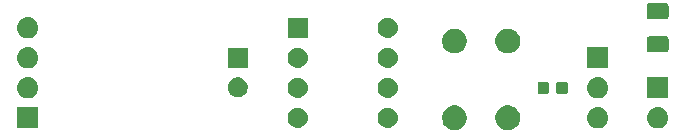
<source format=gbr>
G04 #@! TF.GenerationSoftware,KiCad,Pcbnew,(5.1.0)-1*
G04 #@! TF.CreationDate,2019-03-30T00:31:39+01:00*
G04 #@! TF.ProjectId,UV_Meter,55565f4d-6574-4657-922e-6b696361645f,rev?*
G04 #@! TF.SameCoordinates,Original*
G04 #@! TF.FileFunction,Soldermask,Top*
G04 #@! TF.FilePolarity,Negative*
%FSLAX46Y46*%
G04 Gerber Fmt 4.6, Leading zero omitted, Abs format (unit mm)*
G04 Created by KiCad (PCBNEW (5.1.0)-1) date 2019-03-30 00:31:39*
%MOMM*%
%LPD*%
G04 APERTURE LIST*
%ADD10C,0.100000*%
G04 APERTURE END LIST*
D10*
G36*
X61846564Y-32009389D02*
G01*
X62037833Y-32088615D01*
X62037835Y-32088616D01*
X62102819Y-32132037D01*
X62209973Y-32203635D01*
X62356365Y-32350027D01*
X62471385Y-32522167D01*
X62550611Y-32713436D01*
X62591000Y-32916484D01*
X62591000Y-33123516D01*
X62550611Y-33326564D01*
X62534083Y-33366466D01*
X62471384Y-33517835D01*
X62356365Y-33689973D01*
X62209973Y-33836365D01*
X62037835Y-33951384D01*
X62037834Y-33951385D01*
X62037833Y-33951385D01*
X61846564Y-34030611D01*
X61643516Y-34071000D01*
X61436484Y-34071000D01*
X61233436Y-34030611D01*
X61042167Y-33951385D01*
X61042166Y-33951385D01*
X61042165Y-33951384D01*
X60870027Y-33836365D01*
X60723635Y-33689973D01*
X60608616Y-33517835D01*
X60545917Y-33366466D01*
X60529389Y-33326564D01*
X60489000Y-33123516D01*
X60489000Y-32916484D01*
X60529389Y-32713436D01*
X60608615Y-32522167D01*
X60723635Y-32350027D01*
X60870027Y-32203635D01*
X60977181Y-32132037D01*
X61042165Y-32088616D01*
X61042167Y-32088615D01*
X61233436Y-32009389D01*
X61436484Y-31969000D01*
X61643516Y-31969000D01*
X61846564Y-32009389D01*
X61846564Y-32009389D01*
G37*
G36*
X66346564Y-32009389D02*
G01*
X66537833Y-32088615D01*
X66537835Y-32088616D01*
X66602819Y-32132037D01*
X66709973Y-32203635D01*
X66856365Y-32350027D01*
X66971385Y-32522167D01*
X67050611Y-32713436D01*
X67091000Y-32916484D01*
X67091000Y-33123516D01*
X67050611Y-33326564D01*
X67034083Y-33366466D01*
X66971384Y-33517835D01*
X66856365Y-33689973D01*
X66709973Y-33836365D01*
X66537835Y-33951384D01*
X66537834Y-33951385D01*
X66537833Y-33951385D01*
X66346564Y-34030611D01*
X66143516Y-34071000D01*
X65936484Y-34071000D01*
X65733436Y-34030611D01*
X65542167Y-33951385D01*
X65542166Y-33951385D01*
X65542165Y-33951384D01*
X65370027Y-33836365D01*
X65223635Y-33689973D01*
X65108616Y-33517835D01*
X65045917Y-33366466D01*
X65029389Y-33326564D01*
X64989000Y-33123516D01*
X64989000Y-32916484D01*
X65029389Y-32713436D01*
X65108615Y-32522167D01*
X65223635Y-32350027D01*
X65370027Y-32203635D01*
X65477181Y-32132037D01*
X65542165Y-32088616D01*
X65542167Y-32088615D01*
X65733436Y-32009389D01*
X65936484Y-31969000D01*
X66143516Y-31969000D01*
X66346564Y-32009389D01*
X66346564Y-32009389D01*
G37*
G36*
X26301000Y-33921000D02*
G01*
X24499000Y-33921000D01*
X24499000Y-32119000D01*
X26301000Y-32119000D01*
X26301000Y-33921000D01*
X26301000Y-33921000D01*
G37*
G36*
X73770443Y-32125519D02*
G01*
X73836627Y-32132037D01*
X74006466Y-32183557D01*
X74162991Y-32267222D01*
X74198729Y-32296552D01*
X74300186Y-32379814D01*
X74383448Y-32481271D01*
X74412778Y-32517009D01*
X74496443Y-32673534D01*
X74547963Y-32843373D01*
X74565359Y-33020000D01*
X74547963Y-33196627D01*
X74496443Y-33366466D01*
X74412778Y-33522991D01*
X74383448Y-33558729D01*
X74300186Y-33660186D01*
X74198729Y-33743448D01*
X74162991Y-33772778D01*
X74006466Y-33856443D01*
X73836627Y-33907963D01*
X73770443Y-33914481D01*
X73704260Y-33921000D01*
X73615740Y-33921000D01*
X73549557Y-33914481D01*
X73483373Y-33907963D01*
X73313534Y-33856443D01*
X73157009Y-33772778D01*
X73121271Y-33743448D01*
X73019814Y-33660186D01*
X72936552Y-33558729D01*
X72907222Y-33522991D01*
X72823557Y-33366466D01*
X72772037Y-33196627D01*
X72754641Y-33020000D01*
X72772037Y-32843373D01*
X72823557Y-32673534D01*
X72907222Y-32517009D01*
X72936552Y-32481271D01*
X73019814Y-32379814D01*
X73121271Y-32296552D01*
X73157009Y-32267222D01*
X73313534Y-32183557D01*
X73483373Y-32132037D01*
X73549557Y-32125519D01*
X73615740Y-32119000D01*
X73704260Y-32119000D01*
X73770443Y-32125519D01*
X73770443Y-32125519D01*
G37*
G36*
X78850443Y-32125519D02*
G01*
X78916627Y-32132037D01*
X79086466Y-32183557D01*
X79242991Y-32267222D01*
X79278729Y-32296552D01*
X79380186Y-32379814D01*
X79463448Y-32481271D01*
X79492778Y-32517009D01*
X79576443Y-32673534D01*
X79627963Y-32843373D01*
X79645359Y-33020000D01*
X79627963Y-33196627D01*
X79576443Y-33366466D01*
X79492778Y-33522991D01*
X79463448Y-33558729D01*
X79380186Y-33660186D01*
X79278729Y-33743448D01*
X79242991Y-33772778D01*
X79086466Y-33856443D01*
X78916627Y-33907963D01*
X78850443Y-33914481D01*
X78784260Y-33921000D01*
X78695740Y-33921000D01*
X78629557Y-33914481D01*
X78563373Y-33907963D01*
X78393534Y-33856443D01*
X78237009Y-33772778D01*
X78201271Y-33743448D01*
X78099814Y-33660186D01*
X78016552Y-33558729D01*
X77987222Y-33522991D01*
X77903557Y-33366466D01*
X77852037Y-33196627D01*
X77834641Y-33020000D01*
X77852037Y-32843373D01*
X77903557Y-32673534D01*
X77987222Y-32517009D01*
X78016552Y-32481271D01*
X78099814Y-32379814D01*
X78201271Y-32296552D01*
X78237009Y-32267222D01*
X78393534Y-32183557D01*
X78563373Y-32132037D01*
X78629557Y-32125519D01*
X78695740Y-32119000D01*
X78784260Y-32119000D01*
X78850443Y-32125519D01*
X78850443Y-32125519D01*
G37*
G36*
X56046823Y-32181313D02*
G01*
X56207242Y-32229976D01*
X56276922Y-32267221D01*
X56355078Y-32308996D01*
X56484659Y-32415341D01*
X56591004Y-32544922D01*
X56591005Y-32544924D01*
X56670024Y-32692758D01*
X56718687Y-32853177D01*
X56735117Y-33020000D01*
X56718687Y-33186823D01*
X56670024Y-33347242D01*
X56659747Y-33366468D01*
X56591004Y-33495078D01*
X56484659Y-33624659D01*
X56355078Y-33731004D01*
X56355076Y-33731005D01*
X56207242Y-33810024D01*
X56046823Y-33858687D01*
X55921804Y-33871000D01*
X55838196Y-33871000D01*
X55713177Y-33858687D01*
X55552758Y-33810024D01*
X55404924Y-33731005D01*
X55404922Y-33731004D01*
X55275341Y-33624659D01*
X55168996Y-33495078D01*
X55100253Y-33366468D01*
X55089976Y-33347242D01*
X55041313Y-33186823D01*
X55024883Y-33020000D01*
X55041313Y-32853177D01*
X55089976Y-32692758D01*
X55168995Y-32544924D01*
X55168996Y-32544922D01*
X55275341Y-32415341D01*
X55404922Y-32308996D01*
X55483078Y-32267221D01*
X55552758Y-32229976D01*
X55713177Y-32181313D01*
X55838196Y-32169000D01*
X55921804Y-32169000D01*
X56046823Y-32181313D01*
X56046823Y-32181313D01*
G37*
G36*
X48426823Y-32181313D02*
G01*
X48587242Y-32229976D01*
X48656922Y-32267221D01*
X48735078Y-32308996D01*
X48864659Y-32415341D01*
X48971004Y-32544922D01*
X48971005Y-32544924D01*
X49050024Y-32692758D01*
X49098687Y-32853177D01*
X49115117Y-33020000D01*
X49098687Y-33186823D01*
X49050024Y-33347242D01*
X49039747Y-33366468D01*
X48971004Y-33495078D01*
X48864659Y-33624659D01*
X48735078Y-33731004D01*
X48735076Y-33731005D01*
X48587242Y-33810024D01*
X48426823Y-33858687D01*
X48301804Y-33871000D01*
X48218196Y-33871000D01*
X48093177Y-33858687D01*
X47932758Y-33810024D01*
X47784924Y-33731005D01*
X47784922Y-33731004D01*
X47655341Y-33624659D01*
X47548996Y-33495078D01*
X47480253Y-33366468D01*
X47469976Y-33347242D01*
X47421313Y-33186823D01*
X47404883Y-33020000D01*
X47421313Y-32853177D01*
X47469976Y-32692758D01*
X47548995Y-32544924D01*
X47548996Y-32544922D01*
X47655341Y-32415341D01*
X47784922Y-32308996D01*
X47863078Y-32267221D01*
X47932758Y-32229976D01*
X48093177Y-32181313D01*
X48218196Y-32169000D01*
X48301804Y-32169000D01*
X48426823Y-32181313D01*
X48426823Y-32181313D01*
G37*
G36*
X25510443Y-29585519D02*
G01*
X25576627Y-29592037D01*
X25746466Y-29643557D01*
X25902991Y-29727222D01*
X25938729Y-29756552D01*
X26040186Y-29839814D01*
X26087543Y-29897520D01*
X26152778Y-29977009D01*
X26236443Y-30133534D01*
X26287963Y-30303373D01*
X26305359Y-30480000D01*
X26287963Y-30656627D01*
X26236443Y-30826466D01*
X26236442Y-30826468D01*
X26227552Y-30843100D01*
X26152778Y-30982991D01*
X26137746Y-31001307D01*
X26040186Y-31120186D01*
X25938729Y-31203448D01*
X25902991Y-31232778D01*
X25746466Y-31316443D01*
X25576627Y-31367963D01*
X25510443Y-31374481D01*
X25444260Y-31381000D01*
X25355740Y-31381000D01*
X25289557Y-31374481D01*
X25223373Y-31367963D01*
X25053534Y-31316443D01*
X24897009Y-31232778D01*
X24861271Y-31203448D01*
X24759814Y-31120186D01*
X24662254Y-31001307D01*
X24647222Y-30982991D01*
X24572448Y-30843100D01*
X24563558Y-30826468D01*
X24563557Y-30826466D01*
X24512037Y-30656627D01*
X24494641Y-30480000D01*
X24512037Y-30303373D01*
X24563557Y-30133534D01*
X24647222Y-29977009D01*
X24712457Y-29897520D01*
X24759814Y-29839814D01*
X24861271Y-29756552D01*
X24897009Y-29727222D01*
X25053534Y-29643557D01*
X25223373Y-29592037D01*
X25289557Y-29585519D01*
X25355740Y-29579000D01*
X25444260Y-29579000D01*
X25510443Y-29585519D01*
X25510443Y-29585519D01*
G37*
G36*
X73770443Y-29585519D02*
G01*
X73836627Y-29592037D01*
X74006466Y-29643557D01*
X74162991Y-29727222D01*
X74198729Y-29756552D01*
X74300186Y-29839814D01*
X74347543Y-29897520D01*
X74412778Y-29977009D01*
X74496443Y-30133534D01*
X74547963Y-30303373D01*
X74565359Y-30480000D01*
X74547963Y-30656627D01*
X74496443Y-30826466D01*
X74496442Y-30826468D01*
X74487552Y-30843100D01*
X74412778Y-30982991D01*
X74397746Y-31001307D01*
X74300186Y-31120186D01*
X74198729Y-31203448D01*
X74162991Y-31232778D01*
X74006466Y-31316443D01*
X73836627Y-31367963D01*
X73770443Y-31374481D01*
X73704260Y-31381000D01*
X73615740Y-31381000D01*
X73549557Y-31374481D01*
X73483373Y-31367963D01*
X73313534Y-31316443D01*
X73157009Y-31232778D01*
X73121271Y-31203448D01*
X73019814Y-31120186D01*
X72922254Y-31001307D01*
X72907222Y-30982991D01*
X72832448Y-30843100D01*
X72823558Y-30826468D01*
X72823557Y-30826466D01*
X72772037Y-30656627D01*
X72754641Y-30480000D01*
X72772037Y-30303373D01*
X72823557Y-30133534D01*
X72907222Y-29977009D01*
X72972457Y-29897520D01*
X73019814Y-29839814D01*
X73121271Y-29756552D01*
X73157009Y-29727222D01*
X73313534Y-29643557D01*
X73483373Y-29592037D01*
X73549557Y-29585519D01*
X73615740Y-29579000D01*
X73704260Y-29579000D01*
X73770443Y-29585519D01*
X73770443Y-29585519D01*
G37*
G36*
X79641000Y-31381000D02*
G01*
X77839000Y-31381000D01*
X77839000Y-29579000D01*
X79641000Y-29579000D01*
X79641000Y-31381000D01*
X79641000Y-31381000D01*
G37*
G36*
X56046823Y-29641313D02*
G01*
X56177380Y-29680917D01*
X56193651Y-29685853D01*
X56207242Y-29689976D01*
X56276922Y-29727221D01*
X56355078Y-29768996D01*
X56484659Y-29875341D01*
X56591004Y-30004922D01*
X56591005Y-30004924D01*
X56670024Y-30152758D01*
X56718687Y-30313177D01*
X56735117Y-30480000D01*
X56718687Y-30646823D01*
X56670024Y-30807242D01*
X56623881Y-30893569D01*
X56591004Y-30955078D01*
X56484659Y-31084659D01*
X56355078Y-31191004D01*
X56355076Y-31191005D01*
X56207242Y-31270024D01*
X56046823Y-31318687D01*
X55921804Y-31331000D01*
X55838196Y-31331000D01*
X55713177Y-31318687D01*
X55552758Y-31270024D01*
X55404924Y-31191005D01*
X55404922Y-31191004D01*
X55275341Y-31084659D01*
X55168996Y-30955078D01*
X55136119Y-30893569D01*
X55089976Y-30807242D01*
X55041313Y-30646823D01*
X55024883Y-30480000D01*
X55041313Y-30313177D01*
X55089976Y-30152758D01*
X55168995Y-30004924D01*
X55168996Y-30004922D01*
X55275341Y-29875341D01*
X55404922Y-29768996D01*
X55483078Y-29727221D01*
X55552758Y-29689976D01*
X55566350Y-29685853D01*
X55582620Y-29680917D01*
X55713177Y-29641313D01*
X55838196Y-29629000D01*
X55921804Y-29629000D01*
X56046823Y-29641313D01*
X56046823Y-29641313D01*
G37*
G36*
X48426823Y-29641313D02*
G01*
X48557380Y-29680917D01*
X48573651Y-29685853D01*
X48587242Y-29689976D01*
X48656922Y-29727221D01*
X48735078Y-29768996D01*
X48864659Y-29875341D01*
X48971004Y-30004922D01*
X48971005Y-30004924D01*
X49050024Y-30152758D01*
X49098687Y-30313177D01*
X49115117Y-30480000D01*
X49098687Y-30646823D01*
X49050024Y-30807242D01*
X49003881Y-30893569D01*
X48971004Y-30955078D01*
X48864659Y-31084659D01*
X48735078Y-31191004D01*
X48735076Y-31191005D01*
X48587242Y-31270024D01*
X48426823Y-31318687D01*
X48301804Y-31331000D01*
X48218196Y-31331000D01*
X48093177Y-31318687D01*
X47932758Y-31270024D01*
X47784924Y-31191005D01*
X47784922Y-31191004D01*
X47655341Y-31084659D01*
X47548996Y-30955078D01*
X47516119Y-30893569D01*
X47469976Y-30807242D01*
X47421313Y-30646823D01*
X47404883Y-30480000D01*
X47421313Y-30313177D01*
X47469976Y-30152758D01*
X47548995Y-30004924D01*
X47548996Y-30004922D01*
X47655341Y-29875341D01*
X47784922Y-29768996D01*
X47863078Y-29727221D01*
X47932758Y-29689976D01*
X47946350Y-29685853D01*
X47962620Y-29680917D01*
X48093177Y-29641313D01*
X48218196Y-29629000D01*
X48301804Y-29629000D01*
X48426823Y-29641313D01*
X48426823Y-29641313D01*
G37*
G36*
X43428228Y-29621703D02*
G01*
X43583100Y-29685853D01*
X43722481Y-29778985D01*
X43841015Y-29897519D01*
X43934147Y-30036900D01*
X43998297Y-30191772D01*
X44031000Y-30356184D01*
X44031000Y-30523816D01*
X43998297Y-30688228D01*
X43934147Y-30843100D01*
X43841015Y-30982481D01*
X43722481Y-31101015D01*
X43583100Y-31194147D01*
X43428228Y-31258297D01*
X43263816Y-31291000D01*
X43096184Y-31291000D01*
X42931772Y-31258297D01*
X42776900Y-31194147D01*
X42637519Y-31101015D01*
X42518985Y-30982481D01*
X42425853Y-30843100D01*
X42361703Y-30688228D01*
X42329000Y-30523816D01*
X42329000Y-30356184D01*
X42361703Y-30191772D01*
X42425853Y-30036900D01*
X42518985Y-29897519D01*
X42637519Y-29778985D01*
X42776900Y-29685853D01*
X42931772Y-29621703D01*
X43096184Y-29589000D01*
X43263816Y-29589000D01*
X43428228Y-29621703D01*
X43428228Y-29621703D01*
G37*
G36*
X69404591Y-29958085D02*
G01*
X69438569Y-29968393D01*
X69469890Y-29985134D01*
X69497339Y-30007661D01*
X69519866Y-30035110D01*
X69536607Y-30066431D01*
X69546915Y-30100409D01*
X69551000Y-30141890D01*
X69551000Y-30818110D01*
X69546915Y-30859591D01*
X69536607Y-30893569D01*
X69519866Y-30924890D01*
X69497339Y-30952339D01*
X69469890Y-30974866D01*
X69438569Y-30991607D01*
X69404591Y-31001915D01*
X69363110Y-31006000D01*
X68761890Y-31006000D01*
X68720409Y-31001915D01*
X68686431Y-30991607D01*
X68655110Y-30974866D01*
X68627661Y-30952339D01*
X68605134Y-30924890D01*
X68588393Y-30893569D01*
X68578085Y-30859591D01*
X68574000Y-30818110D01*
X68574000Y-30141890D01*
X68578085Y-30100409D01*
X68588393Y-30066431D01*
X68605134Y-30035110D01*
X68627661Y-30007661D01*
X68655110Y-29985134D01*
X68686431Y-29968393D01*
X68720409Y-29958085D01*
X68761890Y-29954000D01*
X69363110Y-29954000D01*
X69404591Y-29958085D01*
X69404591Y-29958085D01*
G37*
G36*
X70979591Y-29958085D02*
G01*
X71013569Y-29968393D01*
X71044890Y-29985134D01*
X71072339Y-30007661D01*
X71094866Y-30035110D01*
X71111607Y-30066431D01*
X71121915Y-30100409D01*
X71126000Y-30141890D01*
X71126000Y-30818110D01*
X71121915Y-30859591D01*
X71111607Y-30893569D01*
X71094866Y-30924890D01*
X71072339Y-30952339D01*
X71044890Y-30974866D01*
X71013569Y-30991607D01*
X70979591Y-31001915D01*
X70938110Y-31006000D01*
X70336890Y-31006000D01*
X70295409Y-31001915D01*
X70261431Y-30991607D01*
X70230110Y-30974866D01*
X70202661Y-30952339D01*
X70180134Y-30924890D01*
X70163393Y-30893569D01*
X70153085Y-30859591D01*
X70149000Y-30818110D01*
X70149000Y-30141890D01*
X70153085Y-30100409D01*
X70163393Y-30066431D01*
X70180134Y-30035110D01*
X70202661Y-30007661D01*
X70230110Y-29985134D01*
X70261431Y-29968393D01*
X70295409Y-29958085D01*
X70336890Y-29954000D01*
X70938110Y-29954000D01*
X70979591Y-29958085D01*
X70979591Y-29958085D01*
G37*
G36*
X74561000Y-28841000D02*
G01*
X72759000Y-28841000D01*
X72759000Y-27039000D01*
X74561000Y-27039000D01*
X74561000Y-28841000D01*
X74561000Y-28841000D01*
G37*
G36*
X25510443Y-27045519D02*
G01*
X25576627Y-27052037D01*
X25746466Y-27103557D01*
X25902991Y-27187222D01*
X25925384Y-27205600D01*
X26040186Y-27299814D01*
X26113231Y-27388821D01*
X26152778Y-27437009D01*
X26236443Y-27593534D01*
X26287963Y-27763373D01*
X26305359Y-27940000D01*
X26287963Y-28116627D01*
X26236443Y-28286466D01*
X26152778Y-28442991D01*
X26123448Y-28478729D01*
X26040186Y-28580186D01*
X25938729Y-28663448D01*
X25902991Y-28692778D01*
X25746466Y-28776443D01*
X25576627Y-28827963D01*
X25510442Y-28834482D01*
X25444260Y-28841000D01*
X25355740Y-28841000D01*
X25289558Y-28834482D01*
X25223373Y-28827963D01*
X25053534Y-28776443D01*
X24897009Y-28692778D01*
X24861271Y-28663448D01*
X24759814Y-28580186D01*
X24676552Y-28478729D01*
X24647222Y-28442991D01*
X24563557Y-28286466D01*
X24512037Y-28116627D01*
X24494641Y-27940000D01*
X24512037Y-27763373D01*
X24563557Y-27593534D01*
X24647222Y-27437009D01*
X24686769Y-27388821D01*
X24759814Y-27299814D01*
X24874616Y-27205600D01*
X24897009Y-27187222D01*
X25053534Y-27103557D01*
X25223373Y-27052037D01*
X25289557Y-27045519D01*
X25355740Y-27039000D01*
X25444260Y-27039000D01*
X25510443Y-27045519D01*
X25510443Y-27045519D01*
G37*
G36*
X44031000Y-28791000D02*
G01*
X42329000Y-28791000D01*
X42329000Y-27089000D01*
X44031000Y-27089000D01*
X44031000Y-28791000D01*
X44031000Y-28791000D01*
G37*
G36*
X48426823Y-27101313D02*
G01*
X48587242Y-27149976D01*
X48656922Y-27187221D01*
X48735078Y-27228996D01*
X48864659Y-27335341D01*
X48971004Y-27464922D01*
X48971005Y-27464924D01*
X49050024Y-27612758D01*
X49098687Y-27773177D01*
X49115117Y-27940000D01*
X49098687Y-28106823D01*
X49050024Y-28267242D01*
X49039747Y-28286468D01*
X48971004Y-28415078D01*
X48864659Y-28544659D01*
X48735078Y-28651004D01*
X48735076Y-28651005D01*
X48587242Y-28730024D01*
X48426823Y-28778687D01*
X48301804Y-28791000D01*
X48218196Y-28791000D01*
X48093177Y-28778687D01*
X47932758Y-28730024D01*
X47784924Y-28651005D01*
X47784922Y-28651004D01*
X47655341Y-28544659D01*
X47548996Y-28415078D01*
X47480253Y-28286468D01*
X47469976Y-28267242D01*
X47421313Y-28106823D01*
X47404883Y-27940000D01*
X47421313Y-27773177D01*
X47469976Y-27612758D01*
X47548995Y-27464924D01*
X47548996Y-27464922D01*
X47655341Y-27335341D01*
X47784922Y-27228996D01*
X47863078Y-27187221D01*
X47932758Y-27149976D01*
X48093177Y-27101313D01*
X48218196Y-27089000D01*
X48301804Y-27089000D01*
X48426823Y-27101313D01*
X48426823Y-27101313D01*
G37*
G36*
X56046823Y-27101313D02*
G01*
X56207242Y-27149976D01*
X56276922Y-27187221D01*
X56355078Y-27228996D01*
X56484659Y-27335341D01*
X56591004Y-27464922D01*
X56591005Y-27464924D01*
X56670024Y-27612758D01*
X56718687Y-27773177D01*
X56735117Y-27940000D01*
X56718687Y-28106823D01*
X56670024Y-28267242D01*
X56659747Y-28286468D01*
X56591004Y-28415078D01*
X56484659Y-28544659D01*
X56355078Y-28651004D01*
X56355076Y-28651005D01*
X56207242Y-28730024D01*
X56046823Y-28778687D01*
X55921804Y-28791000D01*
X55838196Y-28791000D01*
X55713177Y-28778687D01*
X55552758Y-28730024D01*
X55404924Y-28651005D01*
X55404922Y-28651004D01*
X55275341Y-28544659D01*
X55168996Y-28415078D01*
X55100253Y-28286468D01*
X55089976Y-28267242D01*
X55041313Y-28106823D01*
X55024883Y-27940000D01*
X55041313Y-27773177D01*
X55089976Y-27612758D01*
X55168995Y-27464924D01*
X55168996Y-27464922D01*
X55275341Y-27335341D01*
X55404922Y-27228996D01*
X55483078Y-27187221D01*
X55552758Y-27149976D01*
X55713177Y-27101313D01*
X55838196Y-27089000D01*
X55921804Y-27089000D01*
X56046823Y-27101313D01*
X56046823Y-27101313D01*
G37*
G36*
X61846564Y-25509389D02*
G01*
X62008891Y-25576627D01*
X62037835Y-25588616D01*
X62209973Y-25703635D01*
X62356365Y-25850027D01*
X62471385Y-26022167D01*
X62550611Y-26213436D01*
X62591000Y-26416484D01*
X62591000Y-26623516D01*
X62550611Y-26826564D01*
X62471385Y-27017833D01*
X62471384Y-27017835D01*
X62356365Y-27189973D01*
X62209973Y-27336365D01*
X62037835Y-27451384D01*
X62037834Y-27451385D01*
X62037833Y-27451385D01*
X61846564Y-27530611D01*
X61643516Y-27571000D01*
X61436484Y-27571000D01*
X61233436Y-27530611D01*
X61042167Y-27451385D01*
X61042166Y-27451385D01*
X61042165Y-27451384D01*
X60870027Y-27336365D01*
X60723635Y-27189973D01*
X60608616Y-27017835D01*
X60608615Y-27017833D01*
X60529389Y-26826564D01*
X60489000Y-26623516D01*
X60489000Y-26416484D01*
X60529389Y-26213436D01*
X60608615Y-26022167D01*
X60723635Y-25850027D01*
X60870027Y-25703635D01*
X61042165Y-25588616D01*
X61071109Y-25576627D01*
X61233436Y-25509389D01*
X61436484Y-25469000D01*
X61643516Y-25469000D01*
X61846564Y-25509389D01*
X61846564Y-25509389D01*
G37*
G36*
X66346564Y-25509389D02*
G01*
X66508891Y-25576627D01*
X66537835Y-25588616D01*
X66709973Y-25703635D01*
X66856365Y-25850027D01*
X66971385Y-26022167D01*
X67050611Y-26213436D01*
X67091000Y-26416484D01*
X67091000Y-26623516D01*
X67050611Y-26826564D01*
X66971385Y-27017833D01*
X66971384Y-27017835D01*
X66856365Y-27189973D01*
X66709973Y-27336365D01*
X66537835Y-27451384D01*
X66537834Y-27451385D01*
X66537833Y-27451385D01*
X66346564Y-27530611D01*
X66143516Y-27571000D01*
X65936484Y-27571000D01*
X65733436Y-27530611D01*
X65542167Y-27451385D01*
X65542166Y-27451385D01*
X65542165Y-27451384D01*
X65370027Y-27336365D01*
X65223635Y-27189973D01*
X65108616Y-27017835D01*
X65108615Y-27017833D01*
X65029389Y-26826564D01*
X64989000Y-26623516D01*
X64989000Y-26416484D01*
X65029389Y-26213436D01*
X65108615Y-26022167D01*
X65223635Y-25850027D01*
X65370027Y-25703635D01*
X65542165Y-25588616D01*
X65571109Y-25576627D01*
X65733436Y-25509389D01*
X65936484Y-25469000D01*
X66143516Y-25469000D01*
X66346564Y-25509389D01*
X66346564Y-25509389D01*
G37*
G36*
X79508604Y-26128347D02*
G01*
X79545144Y-26139432D01*
X79578821Y-26157433D01*
X79608341Y-26181659D01*
X79632567Y-26211179D01*
X79650568Y-26244856D01*
X79661653Y-26281396D01*
X79666000Y-26325538D01*
X79666000Y-27274462D01*
X79661653Y-27318604D01*
X79650568Y-27355144D01*
X79632567Y-27388821D01*
X79608341Y-27418341D01*
X79578821Y-27442567D01*
X79545144Y-27460568D01*
X79508604Y-27471653D01*
X79464462Y-27476000D01*
X78015538Y-27476000D01*
X77971396Y-27471653D01*
X77934856Y-27460568D01*
X77901179Y-27442567D01*
X77871659Y-27418341D01*
X77847433Y-27388821D01*
X77829432Y-27355144D01*
X77818347Y-27318604D01*
X77814000Y-27274462D01*
X77814000Y-26325538D01*
X77818347Y-26281396D01*
X77829432Y-26244856D01*
X77847433Y-26211179D01*
X77871659Y-26181659D01*
X77901179Y-26157433D01*
X77934856Y-26139432D01*
X77971396Y-26128347D01*
X78015538Y-26124000D01*
X79464462Y-26124000D01*
X79508604Y-26128347D01*
X79508604Y-26128347D01*
G37*
G36*
X25510442Y-24505518D02*
G01*
X25576627Y-24512037D01*
X25746466Y-24563557D01*
X25902991Y-24647222D01*
X25932760Y-24671653D01*
X26040186Y-24759814D01*
X26123448Y-24861271D01*
X26152778Y-24897009D01*
X26236443Y-25053534D01*
X26287963Y-25223373D01*
X26305359Y-25400000D01*
X26287963Y-25576627D01*
X26236443Y-25746466D01*
X26152778Y-25902991D01*
X26123448Y-25938729D01*
X26040186Y-26040186D01*
X25938729Y-26123448D01*
X25902991Y-26152778D01*
X25746466Y-26236443D01*
X25576627Y-26287963D01*
X25510443Y-26294481D01*
X25444260Y-26301000D01*
X25355740Y-26301000D01*
X25289557Y-26294481D01*
X25223373Y-26287963D01*
X25053534Y-26236443D01*
X24897009Y-26152778D01*
X24861271Y-26123448D01*
X24759814Y-26040186D01*
X24676552Y-25938729D01*
X24647222Y-25902991D01*
X24563557Y-25746466D01*
X24512037Y-25576627D01*
X24494641Y-25400000D01*
X24512037Y-25223373D01*
X24563557Y-25053534D01*
X24647222Y-24897009D01*
X24676552Y-24861271D01*
X24759814Y-24759814D01*
X24867240Y-24671653D01*
X24897009Y-24647222D01*
X25053534Y-24563557D01*
X25223373Y-24512037D01*
X25289557Y-24505519D01*
X25355740Y-24499000D01*
X25444260Y-24499000D01*
X25510442Y-24505518D01*
X25510442Y-24505518D01*
G37*
G36*
X56046823Y-24561313D02*
G01*
X56207242Y-24609976D01*
X56268215Y-24642567D01*
X56355078Y-24688996D01*
X56484659Y-24795341D01*
X56591004Y-24924922D01*
X56591005Y-24924924D01*
X56670024Y-25072758D01*
X56718687Y-25233177D01*
X56735117Y-25400000D01*
X56718687Y-25566823D01*
X56670024Y-25727242D01*
X56659747Y-25746468D01*
X56591004Y-25875078D01*
X56484659Y-26004659D01*
X56355078Y-26111004D01*
X56355076Y-26111005D01*
X56207242Y-26190024D01*
X56046823Y-26238687D01*
X55921804Y-26251000D01*
X55838196Y-26251000D01*
X55713177Y-26238687D01*
X55552758Y-26190024D01*
X55404924Y-26111005D01*
X55404922Y-26111004D01*
X55275341Y-26004659D01*
X55168996Y-25875078D01*
X55100253Y-25746468D01*
X55089976Y-25727242D01*
X55041313Y-25566823D01*
X55024883Y-25400000D01*
X55041313Y-25233177D01*
X55089976Y-25072758D01*
X55168995Y-24924924D01*
X55168996Y-24924922D01*
X55275341Y-24795341D01*
X55404922Y-24688996D01*
X55491785Y-24642567D01*
X55552758Y-24609976D01*
X55713177Y-24561313D01*
X55838196Y-24549000D01*
X55921804Y-24549000D01*
X56046823Y-24561313D01*
X56046823Y-24561313D01*
G37*
G36*
X49111000Y-26251000D02*
G01*
X47409000Y-26251000D01*
X47409000Y-24549000D01*
X49111000Y-24549000D01*
X49111000Y-26251000D01*
X49111000Y-26251000D01*
G37*
G36*
X79508604Y-23328347D02*
G01*
X79545144Y-23339432D01*
X79578821Y-23357433D01*
X79608341Y-23381659D01*
X79632567Y-23411179D01*
X79650568Y-23444856D01*
X79661653Y-23481396D01*
X79666000Y-23525538D01*
X79666000Y-24474462D01*
X79661653Y-24518604D01*
X79650568Y-24555144D01*
X79632567Y-24588821D01*
X79608341Y-24618341D01*
X79578821Y-24642567D01*
X79545144Y-24660568D01*
X79508604Y-24671653D01*
X79464462Y-24676000D01*
X78015538Y-24676000D01*
X77971396Y-24671653D01*
X77934856Y-24660568D01*
X77901179Y-24642567D01*
X77871659Y-24618341D01*
X77847433Y-24588821D01*
X77829432Y-24555144D01*
X77818347Y-24518604D01*
X77814000Y-24474462D01*
X77814000Y-23525538D01*
X77818347Y-23481396D01*
X77829432Y-23444856D01*
X77847433Y-23411179D01*
X77871659Y-23381659D01*
X77901179Y-23357433D01*
X77934856Y-23339432D01*
X77971396Y-23328347D01*
X78015538Y-23324000D01*
X79464462Y-23324000D01*
X79508604Y-23328347D01*
X79508604Y-23328347D01*
G37*
M02*

</source>
